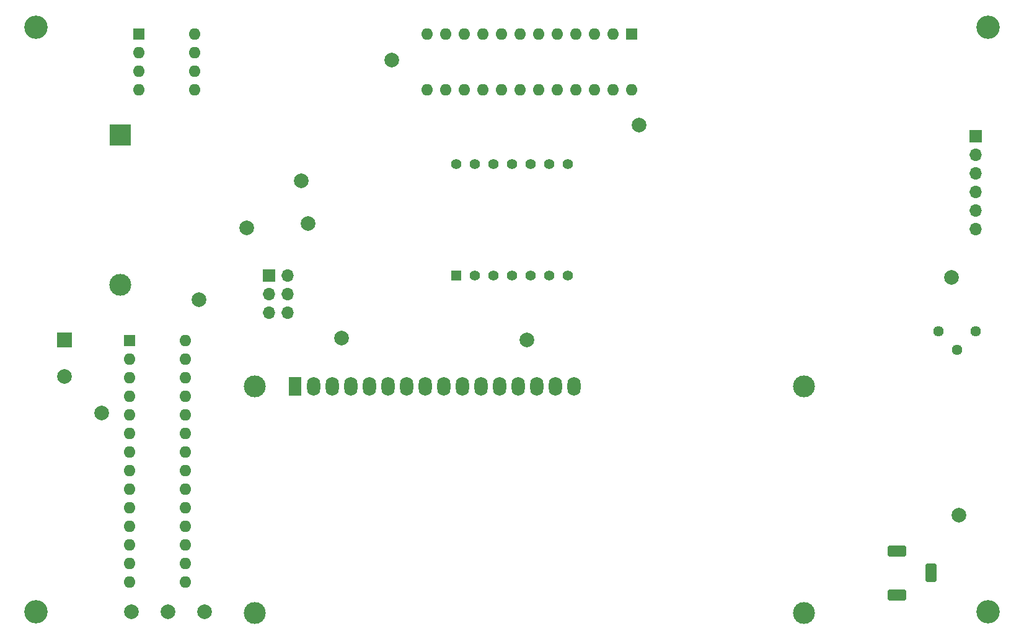
<source format=gbr>
%TF.GenerationSoftware,KiCad,Pcbnew,(6.0.5)*%
%TF.CreationDate,2022-07-21T17:01:30-05:00*%
%TF.ProjectId,julio_cool_clock,6a756c69-6f5f-4636-9f6f-6c5f636c6f63,rev?*%
%TF.SameCoordinates,PX4c4b400PY8a48640*%
%TF.FileFunction,Soldermask,Bot*%
%TF.FilePolarity,Negative*%
%FSLAX46Y46*%
G04 Gerber Fmt 4.6, Leading zero omitted, Abs format (unit mm)*
G04 Created by KiCad (PCBNEW (6.0.5)) date 2022-07-21 17:01:30*
%MOMM*%
%LPD*%
G01*
G04 APERTURE LIST*
G04 Aperture macros list*
%AMRoundRect*
0 Rectangle with rounded corners*
0 $1 Rounding radius*
0 $2 $3 $4 $5 $6 $7 $8 $9 X,Y pos of 4 corners*
0 Add a 4 corners polygon primitive as box body*
4,1,4,$2,$3,$4,$5,$6,$7,$8,$9,$2,$3,0*
0 Add four circle primitives for the rounded corners*
1,1,$1+$1,$2,$3*
1,1,$1+$1,$4,$5*
1,1,$1+$1,$6,$7*
1,1,$1+$1,$8,$9*
0 Add four rect primitives between the rounded corners*
20,1,$1+$1,$2,$3,$4,$5,0*
20,1,$1+$1,$4,$5,$6,$7,0*
20,1,$1+$1,$6,$7,$8,$9,0*
20,1,$1+$1,$8,$9,$2,$3,0*%
G04 Aperture macros list end*
%ADD10C,3.200000*%
%ADD11C,2.000000*%
%ADD12C,3.000000*%
%ADD13R,1.800000X2.600000*%
%ADD14O,1.800000X2.600000*%
%ADD15R,2.000000X2.000000*%
%ADD16R,1.600000X1.600000*%
%ADD17O,1.600000X1.600000*%
%ADD18C,1.440000*%
%ADD19R,1.700000X1.700000*%
%ADD20O,1.700000X1.700000*%
%ADD21R,1.400000X1.400000*%
%ADD22C,1.400000*%
%ADD23R,3.000000X3.000000*%
%ADD24RoundRect,0.400000X0.900000X0.400000X-0.900000X0.400000X-0.900000X-0.400000X0.900000X-0.400000X0*%
%ADD25RoundRect,0.400000X0.400000X0.900000X-0.400000X0.900000X-0.400000X-0.900000X0.400000X-0.900000X0*%
G04 APERTURE END LIST*
D10*
%TO.C,H4*%
X135000000Y5000000D03*
%TD*%
D11*
%TO.C,TP11*%
X72000000Y42250000D03*
%TD*%
%TO.C,TP15*%
X41250000Y64000000D03*
%TD*%
%TO.C,TP12*%
X46750000Y42500000D03*
%TD*%
D12*
%TO.C,DS1*%
X109899988Y35897500D03*
X109899468Y4896800D03*
X34900888Y35897500D03*
X34900888Y4896800D03*
D13*
X40399988Y35897500D03*
D14*
X42939988Y35897500D03*
X45479988Y35897500D03*
X48019988Y35897500D03*
X50559988Y35897500D03*
X53099988Y35897500D03*
X55639988Y35897500D03*
X58179988Y35897500D03*
X60719988Y35897500D03*
X63259988Y35897500D03*
X65799988Y35897500D03*
X68339988Y35897500D03*
X70879988Y35897500D03*
X73419988Y35897500D03*
X75959988Y35897500D03*
X78499988Y35897500D03*
%TD*%
D15*
%TO.C,BZ1*%
X8900000Y42214784D03*
D11*
X8900000Y37214784D03*
%TD*%
%TO.C,TP1*%
X131074000Y18254000D03*
%TD*%
%TO.C,TP17*%
X23000000Y5000000D03*
%TD*%
%TO.C,TP19*%
X33750000Y57500000D03*
%TD*%
%TO.C,TP16*%
X18000000Y5000000D03*
%TD*%
D16*
%TO.C,U1*%
X17800000Y42120000D03*
D17*
X17800000Y39580000D03*
X17800000Y37040000D03*
X17800000Y34500000D03*
X17800000Y31960000D03*
X17800000Y29420000D03*
X17800000Y26880000D03*
X17800000Y24340000D03*
X17800000Y21800000D03*
X17800000Y19260000D03*
X17800000Y16720000D03*
X17800000Y14180000D03*
X17800000Y11640000D03*
X17800000Y9100000D03*
X25420000Y9100000D03*
X25420000Y11640000D03*
X25420000Y14180000D03*
X25420000Y16720000D03*
X25420000Y19260000D03*
X25420000Y21800000D03*
X25420000Y24340000D03*
X25420000Y26880000D03*
X25420000Y29420000D03*
X25420000Y31960000D03*
X25420000Y34500000D03*
X25420000Y37040000D03*
X25420000Y39580000D03*
X25420000Y42120000D03*
%TD*%
D10*
%TO.C,H2*%
X135000000Y85000000D03*
%TD*%
D18*
%TO.C,RV1*%
X128280000Y43400000D03*
X130820000Y40860000D03*
X133360000Y43400000D03*
%TD*%
D10*
%TO.C,H3*%
X5000000Y5000000D03*
%TD*%
D11*
%TO.C,TP13*%
X42174000Y58132000D03*
%TD*%
D19*
%TO.C,J2*%
X36840000Y51020000D03*
D20*
X39380000Y51020000D03*
X36840000Y48480000D03*
X39380000Y48480000D03*
X36840000Y45940000D03*
X39380000Y45940000D03*
%TD*%
D11*
%TO.C,TP5*%
X130058000Y50766000D03*
%TD*%
D10*
%TO.C,H1*%
X5000000Y85000000D03*
%TD*%
D11*
%TO.C,TP10*%
X87386000Y71594000D03*
%TD*%
%TO.C,TP18*%
X28000000Y5000000D03*
%TD*%
%TO.C,TP8*%
X13980000Y32224000D03*
%TD*%
D19*
%TO.C,J3*%
X133360000Y70070000D03*
D20*
X133360000Y67530000D03*
X133360000Y64990000D03*
X133360000Y62450000D03*
X133360000Y59910000D03*
X133360000Y57370000D03*
%TD*%
D16*
%TO.C,U2*%
X86375000Y84040000D03*
D17*
X83835000Y84040000D03*
X81295000Y84040000D03*
X78755000Y84040000D03*
X76215000Y84040000D03*
X73675000Y84040000D03*
X71135000Y84040000D03*
X68595000Y84040000D03*
X66055000Y84040000D03*
X63515000Y84040000D03*
X60975000Y84040000D03*
X58435000Y84040000D03*
X58435000Y76420000D03*
X60975000Y76420000D03*
X63515000Y76420000D03*
X66055000Y76420000D03*
X68595000Y76420000D03*
X71135000Y76420000D03*
X73675000Y76420000D03*
X76215000Y76420000D03*
X78755000Y76420000D03*
X81295000Y76420000D03*
X83835000Y76420000D03*
X86375000Y76420000D03*
%TD*%
D11*
%TO.C,TP14*%
X53604000Y80484000D03*
%TD*%
D16*
%TO.C,U3*%
X19060000Y84040000D03*
D17*
X19060000Y81500000D03*
X19060000Y78960000D03*
X19060000Y76420000D03*
X26680000Y76420000D03*
X26680000Y78960000D03*
X26680000Y81500000D03*
X26680000Y84040000D03*
%TD*%
D21*
%TO.C,DS2*%
X62380005Y51020000D03*
D22*
X64920005Y51020000D03*
X67460005Y51020000D03*
X70000005Y51020000D03*
X72540005Y51020000D03*
X75080005Y51020000D03*
X77620005Y51020000D03*
X77620005Y66260000D03*
X75080005Y66260000D03*
X72540005Y66260000D03*
X70000005Y66260000D03*
X67460005Y66260000D03*
X64920005Y66260000D03*
X62380005Y66260000D03*
%TD*%
D23*
%TO.C,BT1*%
X16519984Y70253686D03*
D12*
X16519984Y49763686D03*
%TD*%
D11*
%TO.C,TP20*%
X27250000Y47750000D03*
%TD*%
D24*
%TO.C,J1*%
X122550800Y7350000D03*
X122550800Y13350000D03*
D25*
X127250800Y10350000D03*
%TD*%
M02*

</source>
